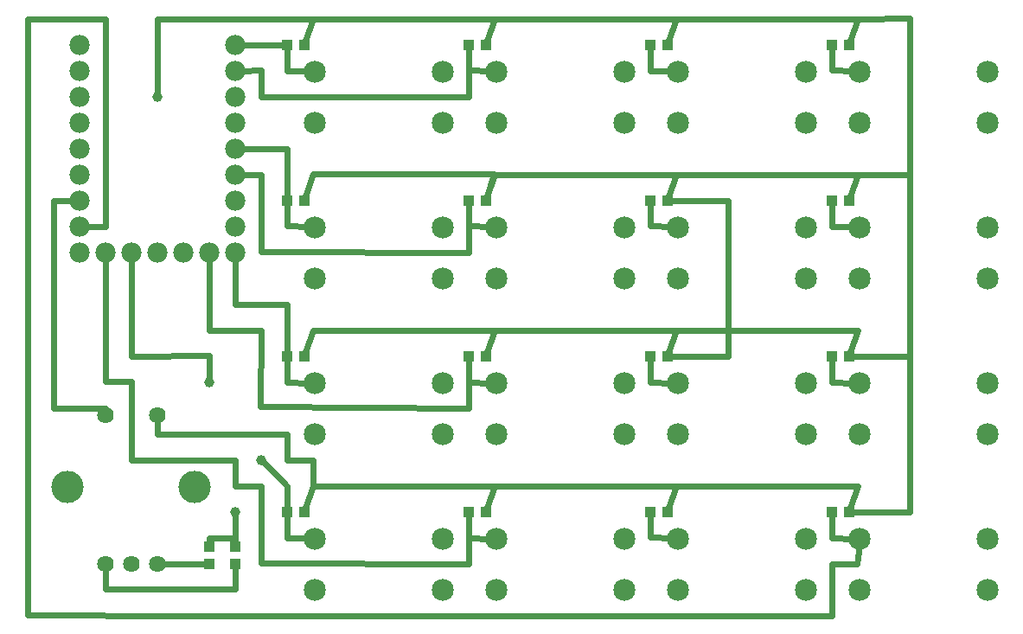
<source format=gtl>
G04 MADE WITH FRITZING*
G04 WWW.FRITZING.ORG*
G04 DOUBLE SIDED*
G04 HOLES PLATED*
G04 CONTOUR ON CENTER OF CONTOUR VECTOR*
%ASAXBY*%
%FSLAX23Y23*%
%MOIN*%
%OFA0B0*%
%SFA1.0B1.0*%
%ADD10C,0.078000*%
%ADD11C,0.085000*%
%ADD12C,0.064000*%
%ADD13C,0.124267*%
%ADD14C,0.039370*%
%ADD15R,0.043307X0.039370*%
%ADD16R,0.039370X0.043307*%
%ADD17C,0.024000*%
%LNCOPPER1*%
G90*
G70*
G54D10*
X296Y2329D03*
X296Y2229D03*
X296Y2129D03*
X296Y2029D03*
X296Y1929D03*
X296Y1829D03*
X296Y1729D03*
X296Y1629D03*
X296Y1529D03*
X396Y1529D03*
X496Y1529D03*
X596Y1529D03*
X696Y1529D03*
X796Y1529D03*
X896Y1529D03*
X896Y1629D03*
X896Y1729D03*
X896Y1829D03*
X896Y1929D03*
X896Y2029D03*
X895Y2129D03*
X896Y2229D03*
X896Y2329D03*
G54D11*
X3303Y426D03*
X3303Y229D03*
X3796Y229D03*
X3796Y426D03*
X3303Y426D03*
X3303Y229D03*
X3796Y229D03*
X3796Y426D03*
X2603Y426D03*
X2603Y229D03*
X3096Y229D03*
X3096Y426D03*
X2603Y426D03*
X2603Y229D03*
X3096Y229D03*
X3096Y426D03*
X1903Y426D03*
X1903Y229D03*
X2396Y229D03*
X2396Y426D03*
X1903Y426D03*
X1903Y229D03*
X2396Y229D03*
X2396Y426D03*
X1203Y426D03*
X1203Y229D03*
X1696Y229D03*
X1696Y426D03*
X1203Y426D03*
X1203Y229D03*
X1696Y229D03*
X1696Y426D03*
X3303Y1026D03*
X3303Y829D03*
X3796Y829D03*
X3796Y1026D03*
X3303Y1026D03*
X3303Y829D03*
X3796Y829D03*
X3796Y1026D03*
X2603Y1026D03*
X2603Y829D03*
X3096Y829D03*
X3096Y1026D03*
X2603Y1026D03*
X2603Y829D03*
X3096Y829D03*
X3096Y1026D03*
X1903Y1026D03*
X1903Y829D03*
X2396Y829D03*
X2396Y1026D03*
X1903Y1026D03*
X1903Y829D03*
X2396Y829D03*
X2396Y1026D03*
X1203Y1026D03*
X1203Y829D03*
X1696Y829D03*
X1696Y1026D03*
X1203Y1026D03*
X1203Y829D03*
X1696Y829D03*
X1696Y1026D03*
X3304Y1625D03*
X3304Y1428D03*
X3796Y1428D03*
X3796Y1625D03*
X3304Y1625D03*
X3304Y1428D03*
X3796Y1428D03*
X3796Y1625D03*
X2603Y1626D03*
X2603Y1429D03*
X3096Y1429D03*
X3096Y1626D03*
X2603Y1626D03*
X2603Y1429D03*
X3096Y1429D03*
X3096Y1626D03*
X1903Y1626D03*
X1903Y1429D03*
X2396Y1429D03*
X2396Y1626D03*
X1903Y1626D03*
X1903Y1429D03*
X2396Y1429D03*
X2396Y1626D03*
X1203Y1626D03*
X1203Y1429D03*
X1696Y1429D03*
X1696Y1626D03*
X1203Y1626D03*
X1203Y1429D03*
X1696Y1429D03*
X1696Y1626D03*
X3303Y2226D03*
X3303Y2029D03*
X3796Y2029D03*
X3796Y2226D03*
X3303Y2226D03*
X3303Y2029D03*
X3796Y2029D03*
X3796Y2226D03*
X2603Y2226D03*
X2603Y2029D03*
X3096Y2029D03*
X3096Y2226D03*
X2603Y2226D03*
X2603Y2029D03*
X3096Y2029D03*
X3096Y2226D03*
X1903Y2226D03*
X1903Y2029D03*
X2396Y2029D03*
X2396Y2226D03*
X1903Y2226D03*
X1903Y2029D03*
X2396Y2029D03*
X2396Y2226D03*
X1203Y2226D03*
X1203Y2029D03*
X1696Y2029D03*
X1696Y2226D03*
X1203Y2226D03*
X1203Y2029D03*
X1696Y2029D03*
X1696Y2226D03*
G54D12*
X596Y329D03*
X496Y329D03*
X396Y329D03*
G54D13*
X739Y624D03*
X249Y625D03*
G54D12*
X396Y900D03*
X596Y900D03*
G54D14*
X596Y2129D03*
X796Y1029D03*
X996Y729D03*
X896Y529D03*
G54D15*
X3196Y1129D03*
X3262Y1129D03*
X3196Y529D03*
X3262Y529D03*
X2496Y529D03*
X2562Y529D03*
X1796Y529D03*
X1862Y529D03*
X1096Y529D03*
X1162Y529D03*
X2496Y1129D03*
X2562Y1129D03*
X1796Y1129D03*
X1862Y1129D03*
X1096Y1129D03*
X1162Y1129D03*
X3196Y1729D03*
X3262Y1729D03*
X2496Y1729D03*
X2562Y1729D03*
X1796Y1729D03*
X1862Y1729D03*
X1096Y1729D03*
X1162Y1729D03*
X3196Y2329D03*
X3262Y2329D03*
G54D16*
X896Y396D03*
X896Y329D03*
X796Y396D03*
X796Y329D03*
G54D15*
X2496Y2329D03*
X2562Y2329D03*
X1796Y2329D03*
X1862Y2329D03*
X1096Y2329D03*
X1162Y2329D03*
G54D17*
X2795Y1729D02*
X2795Y1129D01*
D02*
X2795Y1129D02*
X2579Y1129D01*
D02*
X2579Y1729D02*
X2695Y1729D01*
D02*
X2695Y1729D02*
X2795Y1729D01*
D02*
X3497Y529D02*
X3497Y1128D01*
D02*
X3296Y629D02*
X3267Y543D01*
D02*
X2595Y629D02*
X3296Y629D01*
D02*
X2567Y543D02*
X2595Y629D01*
D02*
X3279Y529D02*
X3497Y529D01*
D02*
X3497Y1128D02*
X3279Y1129D01*
D02*
X3296Y1229D02*
X3267Y1143D01*
D02*
X2596Y1229D02*
X3296Y1229D01*
D02*
X1095Y2229D02*
X1095Y2315D01*
D02*
X1180Y2227D02*
X1095Y2229D01*
D02*
X3296Y2429D02*
X2596Y2429D01*
D02*
X3267Y2343D02*
X3296Y2429D01*
D02*
X3195Y2230D02*
X3280Y2227D01*
D02*
X3195Y2315D02*
X3195Y2230D01*
D02*
X2596Y2429D02*
X2567Y2343D01*
D02*
X2496Y2229D02*
X2496Y2315D01*
D02*
X2580Y2227D02*
X2496Y2229D01*
D02*
X1896Y2428D02*
X1867Y2343D01*
D02*
X2567Y2343D02*
X2596Y2428D01*
D02*
X2596Y2428D02*
X1896Y2428D01*
D02*
X1796Y2230D02*
X1796Y2315D01*
D02*
X1880Y2227D02*
X1796Y2230D01*
D02*
X1079Y2329D02*
X915Y2329D01*
D02*
X2495Y1630D02*
X2495Y1715D01*
D02*
X2580Y1627D02*
X2495Y1630D01*
D02*
X1796Y1630D02*
X1796Y1715D01*
D02*
X1880Y1627D02*
X1796Y1630D01*
D02*
X1095Y1630D02*
X1095Y1715D01*
D02*
X1180Y1627D02*
X1095Y1630D01*
D02*
X3195Y1629D02*
X3195Y1715D01*
D02*
X3295Y1629D02*
X3195Y1629D01*
D02*
X3282Y1633D02*
X3295Y1629D01*
D02*
X1095Y1029D02*
X1095Y1115D01*
D02*
X1796Y1029D02*
X1796Y1115D01*
D02*
X1880Y1026D02*
X1796Y1029D01*
D02*
X1180Y1026D02*
X1095Y1029D01*
D02*
X2496Y1029D02*
X2496Y1115D01*
D02*
X2580Y1026D02*
X2496Y1029D01*
D02*
X1096Y429D02*
X1096Y515D01*
D02*
X1180Y427D02*
X1096Y429D01*
D02*
X1796Y429D02*
X1796Y515D01*
D02*
X1880Y426D02*
X1796Y429D01*
D02*
X3196Y1029D02*
X3196Y1115D01*
D02*
X3280Y1026D02*
X3196Y1029D01*
D02*
X3196Y429D02*
X3196Y529D01*
D02*
X3280Y426D02*
X3196Y429D01*
D02*
X3196Y529D02*
X3196Y529D01*
D02*
X2496Y430D02*
X2496Y515D01*
D02*
X2580Y427D02*
X2496Y430D01*
D02*
X1795Y2129D02*
X996Y2129D01*
D02*
X996Y2129D02*
X995Y2230D01*
D02*
X995Y2230D02*
X915Y2229D01*
D02*
X1796Y2315D02*
X1795Y2129D01*
D02*
X3497Y1828D02*
X3295Y1829D01*
D02*
X3497Y1128D02*
X3497Y1828D01*
D02*
X2596Y1828D02*
X2567Y1743D01*
D02*
X3296Y1828D02*
X2596Y1828D01*
D02*
X3267Y1743D02*
X3296Y1828D01*
D02*
X3295Y1829D02*
X3267Y1743D01*
D02*
X3495Y2430D02*
X3497Y1128D01*
D02*
X3296Y2429D02*
X3495Y2430D01*
D02*
X1894Y1830D02*
X1196Y1830D01*
D02*
X1196Y1830D02*
X1167Y1743D01*
D02*
X1867Y1743D02*
X1894Y1830D01*
D02*
X1196Y1229D02*
X1167Y1143D01*
D02*
X1895Y1229D02*
X1196Y1229D01*
D02*
X1895Y1229D02*
X2596Y1229D01*
D02*
X2596Y1229D02*
X2567Y1143D01*
D02*
X1867Y1143D02*
X1895Y1229D01*
D02*
X1867Y1143D02*
X1895Y1229D01*
D02*
X1896Y1828D02*
X1867Y1743D01*
D02*
X2596Y1828D02*
X1896Y1828D01*
D02*
X2567Y1743D02*
X2596Y1828D01*
D02*
X2595Y629D02*
X1895Y629D01*
D02*
X1895Y629D02*
X1867Y543D01*
D02*
X2567Y543D02*
X2595Y629D01*
D02*
X1895Y629D02*
X1196Y629D01*
D02*
X1196Y629D02*
X1167Y543D01*
D02*
X1867Y543D02*
X1895Y629D01*
D02*
X996Y1828D02*
X996Y1530D01*
D02*
X996Y1829D02*
X996Y1828D01*
D02*
X1095Y1829D02*
X1095Y1743D01*
D02*
X1796Y1529D02*
X1796Y1715D01*
D02*
X915Y1829D02*
X996Y1829D01*
D02*
X996Y1530D02*
X1796Y1529D01*
D02*
X915Y1929D02*
X1095Y1929D01*
D02*
X1095Y1929D02*
X1095Y1829D01*
D02*
X495Y928D02*
X495Y1030D01*
D02*
X395Y1030D02*
X395Y1129D01*
D02*
X895Y728D02*
X495Y728D01*
D02*
X896Y629D02*
X895Y728D01*
D02*
X495Y1030D02*
X395Y1030D01*
D02*
X996Y330D02*
X995Y629D01*
D02*
X395Y1329D02*
X395Y1329D01*
D02*
X495Y728D02*
X495Y928D01*
D02*
X995Y629D02*
X896Y629D01*
D02*
X395Y1329D02*
X395Y1510D01*
D02*
X395Y1129D02*
X395Y1329D01*
D02*
X896Y1329D02*
X896Y1510D01*
D02*
X1096Y1328D02*
X896Y1329D01*
D02*
X1096Y1128D02*
X1096Y1328D01*
D02*
X795Y1229D02*
X795Y1510D01*
D02*
X995Y1229D02*
X795Y1229D01*
D02*
X1795Y929D02*
X991Y936D01*
D02*
X991Y936D02*
X995Y1229D01*
D02*
X1796Y1115D02*
X1795Y929D01*
D02*
X1096Y1129D02*
X1096Y1128D01*
D02*
X1796Y329D02*
X996Y330D01*
D02*
X1796Y515D02*
X1796Y329D01*
D02*
X1096Y828D02*
X595Y829D01*
D02*
X1096Y729D02*
X1096Y828D01*
D02*
X595Y829D02*
X595Y880D01*
D02*
X1195Y729D02*
X1096Y729D01*
D02*
X1196Y629D02*
X1195Y729D01*
D02*
X195Y1729D02*
X277Y1729D01*
D02*
X195Y1028D02*
X195Y1729D01*
D02*
X195Y928D02*
X195Y1028D01*
D02*
X395Y928D02*
X195Y928D01*
D02*
X395Y920D02*
X395Y928D01*
D02*
X95Y928D02*
X95Y1629D01*
D02*
X395Y2429D02*
X395Y1628D01*
D02*
X395Y1628D02*
X315Y1629D01*
D02*
X95Y1629D02*
X96Y2429D01*
D02*
X96Y2429D02*
X395Y2429D01*
D02*
X95Y330D02*
X95Y928D01*
D02*
X696Y129D02*
X96Y130D01*
D02*
X3196Y128D02*
X696Y129D01*
D02*
X3196Y328D02*
X3196Y128D01*
D02*
X96Y130D02*
X95Y330D01*
D02*
X3294Y328D02*
X3196Y328D01*
D02*
X3301Y402D02*
X3294Y328D01*
D02*
X595Y2429D02*
X596Y2137D01*
D02*
X1896Y2428D02*
X595Y2429D01*
D02*
X796Y1130D02*
X495Y1129D01*
D02*
X495Y1129D02*
X496Y1510D01*
D02*
X796Y1037D02*
X796Y1130D01*
D02*
X895Y230D02*
X395Y230D01*
D02*
X895Y313D02*
X895Y230D01*
D02*
X395Y230D02*
X395Y309D01*
D02*
X781Y329D02*
X616Y329D01*
D02*
X1095Y629D02*
X1001Y723D01*
D02*
X1096Y543D02*
X1095Y629D01*
D02*
X896Y428D02*
X896Y412D01*
D02*
X795Y429D02*
X896Y428D01*
D02*
X795Y412D02*
X795Y429D01*
D02*
X896Y412D02*
X896Y521D01*
D02*
X1896Y2428D02*
X1196Y2429D01*
D02*
X1196Y2429D02*
X1167Y2343D01*
G04 End of Copper1*
M02*
</source>
